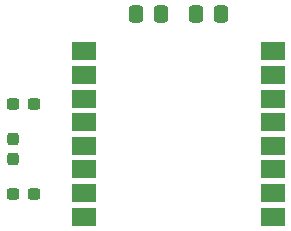
<source format=gbr>
%TF.GenerationSoftware,KiCad,Pcbnew,7.0.1*%
%TF.CreationDate,2023-03-26T17:19:44+02:00*%
%TF.ProjectId,RA01_868_PMOD,52413031-5f38-4363-985f-504d4f442e6b,rev?*%
%TF.SameCoordinates,Original*%
%TF.FileFunction,Paste,Top*%
%TF.FilePolarity,Positive*%
%FSLAX46Y46*%
G04 Gerber Fmt 4.6, Leading zero omitted, Abs format (unit mm)*
G04 Created by KiCad (PCBNEW 7.0.1) date 2023-03-26 17:19:44*
%MOMM*%
%LPD*%
G01*
G04 APERTURE LIST*
G04 Aperture macros list*
%AMRoundRect*
0 Rectangle with rounded corners*
0 $1 Rounding radius*
0 $2 $3 $4 $5 $6 $7 $8 $9 X,Y pos of 4 corners*
0 Add a 4 corners polygon primitive as box body*
4,1,4,$2,$3,$4,$5,$6,$7,$8,$9,$2,$3,0*
0 Add four circle primitives for the rounded corners*
1,1,$1+$1,$2,$3*
1,1,$1+$1,$4,$5*
1,1,$1+$1,$6,$7*
1,1,$1+$1,$8,$9*
0 Add four rect primitives between the rounded corners*
20,1,$1+$1,$2,$3,$4,$5,0*
20,1,$1+$1,$4,$5,$6,$7,0*
20,1,$1+$1,$6,$7,$8,$9,0*
20,1,$1+$1,$8,$9,$2,$3,0*%
G04 Aperture macros list end*
%ADD10RoundRect,0.237500X-0.300000X-0.237500X0.300000X-0.237500X0.300000X0.237500X-0.300000X0.237500X0*%
%ADD11RoundRect,0.250000X0.337500X0.475000X-0.337500X0.475000X-0.337500X-0.475000X0.337500X-0.475000X0*%
%ADD12RoundRect,0.237500X-0.237500X0.287500X-0.237500X-0.287500X0.237500X-0.287500X0.237500X0.287500X0*%
%ADD13R,2.000000X1.500000*%
%ADD14RoundRect,0.250000X-0.337500X-0.475000X0.337500X-0.475000X0.337500X0.475000X-0.337500X0.475000X0*%
G04 APERTURE END LIST*
D10*
%TO.C,M1*%
X120650000Y-48260000D03*
X122375000Y-48260000D03*
%TD*%
D11*
%TO.C,C1*%
X133117500Y-40640000D03*
X131042500Y-40640000D03*
%TD*%
D12*
%TO.C,M2*%
X120650000Y-51195000D03*
X120650000Y-52945000D03*
%TD*%
D10*
%TO.C,M3*%
X120650000Y-55880000D03*
X122375000Y-55880000D03*
%TD*%
D13*
%TO.C,U1*%
X126620000Y-43800000D03*
X126620000Y-45800000D03*
X126620000Y-47800000D03*
X126620000Y-49800000D03*
X126620000Y-51800000D03*
X126620000Y-53800000D03*
X126620000Y-55800000D03*
X126620000Y-57800000D03*
X142620000Y-57800000D03*
X142620000Y-55800000D03*
X142620000Y-53800000D03*
X142620000Y-51800000D03*
X142620000Y-49800000D03*
X142620000Y-47800000D03*
X142620000Y-45800000D03*
X142620000Y-43800000D03*
%TD*%
D14*
%TO.C,C2*%
X136122500Y-40640000D03*
X138197500Y-40640000D03*
%TD*%
M02*

</source>
